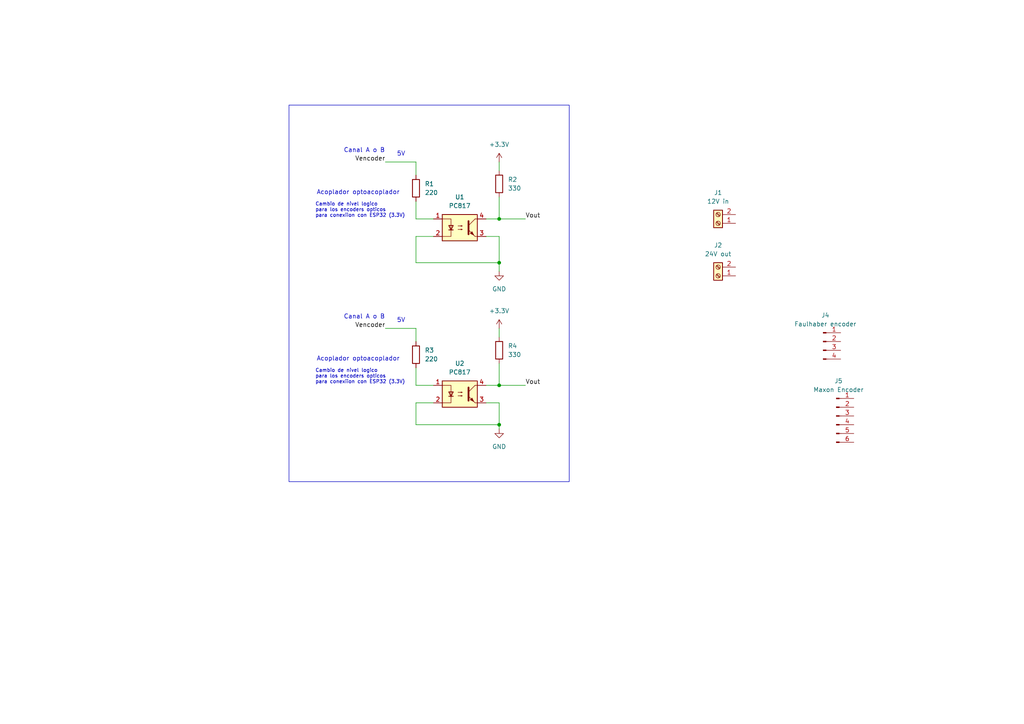
<source format=kicad_sch>
(kicad_sch (version 20250114) (generator "eeschema") (generator_version "9.0")
  (paper "A4")
  (lib_symbols
    (symbol "Connector:Conn_01x04_Pin" (pin_names (offset 1.016) (hide yes))
      (property "Reference" "J" (at 0 5.08 0))
      (property "Value" "Conn_01x04_Pin" (at 0 -7.62 0))
      (symbol "Conn_01x04_Pin_1_1"
        (rectangle (start 0.8636 2.667) (end 0 2.413) (stroke (width 0.1524)) (fill (type outline)))
        (rectangle (start 0.8636 0.127) (end 0 -0.127) (stroke (width 0.1524)) (fill (type outline)))
        (rectangle (start 0.8636 -2.413) (end 0 -2.667) (stroke (width 0.1524)) (fill (type outline)))
        (rectangle (start 0.8636 -4.953) (end 0 -5.207) (stroke (width 0.1524)) (fill (type outline)))
        (polyline (pts (xy 1.27 2.54) (xy 0.8636 2.54)) (stroke (width 0.1524)))
        (polyline (pts (xy 1.27 0) (xy 0.8636 0)) (stroke (width 0.1524)))
        (polyline (pts (xy 1.27 -2.54) (xy 0.8636 -2.54)) (stroke (width 0.1524)))
        (polyline (pts (xy 1.27 -5.08) (xy 0.8636 -5.08)) (stroke (width 0.1524)))
        (pin passive line (at 5.08 2.54 180) (length 3.81) (name "Pin_1") (number "1"))
        (pin passive line (at 5.08 0 180) (length 3.81) (name "Pin_2") (number "2"))
        (pin passive line (at 5.08 -2.54 180) (length 3.81) (name "Pin_3") (number "3"))
        (pin passive line (at 5.08 -5.08 180) (length 3.81) (name "Pin_4") (number "4"))
      )
    )
    (symbol "Connector:Conn_01x06_Pin" (pin_names (offset 1.016) (hide yes))
      (property "Reference" "J" (at 0 7.62 0))
      (property "Value" "Conn_01x06_Pin" (at 0 -10.16 0))
      (symbol "Conn_01x06_Pin_1_1"
        (rectangle (start 0.8636 5.207) (end 0 4.953) (stroke (width 0.1524)) (fill (type outline)))
        (rectangle (start 0.8636 2.667) (end 0 2.413) (stroke (width 0.1524)) (fill (type outline)))
        (rectangle (start 0.8636 0.127) (end 0 -0.127) (stroke (width 0.1524)) (fill (type outline)))
        (rectangle (start 0.8636 -2.413) (end 0 -2.667) (stroke (width 0.1524)) (fill (type outline)))
        (rectangle (start 0.8636 -4.953) (end 0 -5.207) (stroke (width 0.1524)) (fill (type outline)))
        (rectangle (start 0.8636 -7.493) (end 0 -7.747) (stroke (width 0.1524)) (fill (type outline)))
        (polyline (pts (xy 1.27 5.08) (xy 0.8636 5.08)) (stroke (width 0.1524)))
        (polyline (pts (xy 1.27 2.54) (xy 0.8636 2.54)) (stroke (width 0.1524)))
        (polyline (pts (xy 1.27 0) (xy 0.8636 0)) (stroke (width 0.1524)))
        (polyline (pts (xy 1.27 -2.54) (xy 0.8636 -2.54)) (stroke (width 0.1524)))
        (polyline (pts (xy 1.27 -5.08) (xy 0.8636 -5.08)) (stroke (width 0.1524)))
        (polyline (pts (xy 1.27 -7.62) (xy 0.8636 -7.62)) (stroke (width 0.1524)))
        (pin passive line (at 5.08 5.08 180) (length 3.81) (name "Pin_1") (number "1"))
        (pin passive line (at 5.08 2.54 180) (length 3.81) (name "Pin_2") (number "2"))
        (pin passive line (at 5.08 0 180) (length 3.81) (name "Pin_3") (number "3"))
        (pin passive line (at 5.08 -2.54 180) (length 3.81) (name "Pin_4") (number "4"))
        (pin passive line (at 5.08 -5.08 180) (length 3.81) (name "Pin_5") (number "5"))
        (pin passive line (at 5.08 -7.62 180) (length 3.81) (name "Pin_6") (number "6"))
      )
    )
    (symbol "Connector:Screw_Terminal_01x02" (pin_names (offset 1.016) (hide yes))
      (property "Reference" "J" (at 0 2.54 0))
      (property "Value" "Screw_Terminal_01x02" (at 0 -5.08 0))
      (symbol "Screw_Terminal_01x02_1_1"
        (rectangle (start -1.27 1.27) (end 1.27 -3.81) (stroke (width 0.254)) (fill (type background)))
        (polyline (pts (xy -0.5334 0.3302) (xy 0.3302 -0.508)) (stroke (width 0.1524)))
        (polyline (pts (xy -0.5334 -2.2098) (xy 0.3302 -3.048)) (stroke (width 0.1524)))
        (polyline (pts (xy -0.3556 0.508) (xy 0.508 -0.3302)) (stroke (width 0.1524)))
        (polyline (pts (xy -0.3556 -2.032) (xy 0.508 -2.8702)) (stroke (width 0.1524)))
        (circle (center 0 0) (radius 0.635) (stroke (width 0.1524)))
        (circle (center 0 -2.54) (radius 0.635) (stroke (width 0.1524)))
        (pin passive line (at -5.08 0 0) (length 3.81) (name "Pin_1") (number "1"))
        (pin passive line (at -5.08 -2.54 0) (length 3.81) (name "Pin_2") (number "2"))
      )
    )
    (symbol "Device:R" (pin_numbers (hide yes)) (pin_names (offset 0))
      (property "Reference" "R" (at 2.032 0 90))
      (property "Value" "R" (at 0 0 90))
      (symbol "R_0_1"
        (rectangle (start -1.016 -2.54) (end 1.016 2.54) (stroke (width 0.254)))
      )
      (symbol "R_1_1"
        (pin passive line (at 0 3.81 270) (length 1.27) (name "~") (number "1"))
        (pin passive line (at 0 -3.81 90) (length 1.27) (name "~") (number "2"))
      )
    )
    (symbol "Isolator:PC817" (pin_names (offset 1.016))
      (property "Reference" "U" (at -5.08 5.08 0))
      (property "Value" "PC817" (at 0 5.08 0))
      (symbol "PC817_0_1"
        (rectangle (start -5.08 3.81) (end 5.08 -3.81) (stroke (width 0.254)) (fill (type background)))
        (polyline (pts (xy -5.08 2.54) (xy -2.54 2.54) (xy -2.54 -0.635)))
        (polyline (pts (xy -3.175 -0.635) (xy -1.905 -0.635)) (stroke (width 0.254)))
        (polyline (pts (xy -2.54 -0.635) (xy -2.54 -2.54) (xy -5.08 -2.54)))
        (polyline (pts (xy -2.54 -0.635) (xy -3.175 0.635) (xy -1.905 0.635) (xy -2.54 -0.635)) (stroke (width 0.254)))
        (polyline (pts (xy -0.508 0.508) (xy 0.762 0.508) (xy 0.381 0.381) (xy 0.381 0.635) (xy 0.762 0.508)))
        (polyline (pts (xy -0.508 -0.508) (xy 0.762 -0.508) (xy 0.381 -0.635) (xy 0.381 -0.381) (xy 0.762 -0.508)))
        (polyline (pts (xy 2.54 1.905) (xy 2.54 -1.905) (xy 2.54 -1.905)) (stroke (width 0.508)))
        (polyline (pts (xy 2.54 0.635) (xy 4.445 2.54)))
        (polyline (pts (xy 3.048 -1.651) (xy 3.556 -1.143) (xy 4.064 -2.159) (xy 3.048 -1.651) (xy 3.048 -1.651)) (fill (type outline)))
        (polyline (pts (xy 4.445 2.54) (xy 5.08 2.54)))
        (polyline (pts (xy 4.445 -2.54) (xy 2.54 -0.635)) (fill (type outline)))
        (polyline (pts (xy 4.445 -2.54) (xy 5.08 -2.54)))
      )
      (symbol "PC817_1_1"
        (pin passive line (at -7.62 2.54 0) (length 2.54) (name "~") (number "1"))
        (pin passive line (at -7.62 -2.54 0) (length 2.54) (name "~") (number "2"))
        (pin passive line (at 7.62 2.54 180) (length 2.54) (name "~") (number "4"))
        (pin passive line (at 7.62 -2.54 180) (length 2.54) (name "~") (number "3"))
      )
    )
    (symbol "power:+3.3V" (power) (pin_numbers (hide yes)) (pin_names (offset 0) (hide yes))
      (property "Value" "+3.3V" (at 0 3.556 0))
      (symbol "+3.3V_0_1"
        (polyline (pts (xy -0.762 1.27) (xy 0 2.54)))
        (polyline (pts (xy 0 2.54) (xy 0.762 1.27)))
        (polyline (pts (xy 0 0) (xy 0 2.54)))
      )
      (symbol "+3.3V_1_1"
        (pin power_in line (at 0 0 90) (length 0) (name "~") (number "1"))
      )
    )
    (symbol "power:GND" (power) (pin_numbers (hide yes)) (pin_names (offset 0) (hide yes))
      (property "Value" "GND" (at 0 -3.81 0))
      (symbol "GND_0_1"
        (polyline (pts (xy 0 0) (xy 0 -1.27) (xy 1.27 -1.27) (xy 0 -2.54) (xy -1.27 -1.27) (xy 0 -1.27)))
      )
      (symbol "GND_1_1"
        (pin power_in line (at 0 0 270) (length 0) (name "~") (number "1"))
      )
    )
  )
  (rectangle (start 83.82 30.48) (end 165.1 139.7))
  (text "Canal A o B" (at 105.664 91.948 0) (effects (font (size 1.27 1.27))))
  (text "Acoplador optoacoplador\n" (at 103.886 55.88 0) (effects (font (size 1.27 1.27))))
  (text "Cambio de nivel logico \npara los encoders opticos \npara conexiion con ESP32 (3.3V)" (at 91.44 109.22 0) (effects (font (size 1.016 1.016)) (justify left)))
  (text "5V\n" (at 116.332 92.964 0) (effects (font (size 1.27 1.27))))
  (text "Canal A o B" (at 105.664 43.688 0) (effects (font (size 1.27 1.27))))
  (text "Cambio de nivel logico \npara los encoders opticos \npara conexiion con ESP32 (3.3V)" (at 91.44 60.96 0) (effects (font (size 1.016 1.016)) (justify left)))
  (text "Acoplador optoacoplador\n" (at 103.886 104.14 0) (effects (font (size 1.27 1.27))))
  (text "5V\n" (at 116.332 44.704 0) (effects (font (size 1.27 1.27))))
  (junction (at 144.78 111.76))
  (junction (at 144.78 123.19))
  (junction (at 144.78 63.5))
  (junction (at 144.78 76.2))
  (wire (pts (xy 144.78 111.76) (xy 140.97 111.76)))
  (wire (pts (xy 111.76 46.99) (xy 120.65 46.99)))
  (wire (pts (xy 144.78 124.46) (xy 144.78 123.19)))
  (wire (pts (xy 120.65 76.2) (xy 144.78 76.2)))
  (wire (pts (xy 120.65 111.76) (xy 125.73 111.76)))
  (wire (pts (xy 120.65 116.84) (xy 120.65 123.19)))
  (wire (pts (xy 144.78 111.76) (xy 152.4 111.76)))
  (wire (pts (xy 120.65 123.19) (xy 144.78 123.19)))
  (wire (pts (xy 120.65 68.58) (xy 125.73 68.58)))
  (wire (pts (xy 144.78 95.25) (xy 144.78 97.79)))
  (wire (pts (xy 144.78 57.15) (xy 144.78 63.5)))
  (wire (pts (xy 111.76 95.25) (xy 120.65 95.25)))
  (wire (pts (xy 120.65 116.84) (xy 125.73 116.84)))
  (wire (pts (xy 144.78 63.5) (xy 152.4 63.5)))
  (wire (pts (xy 144.78 46.99) (xy 144.78 49.53)))
  (wire (pts (xy 144.78 63.5) (xy 140.97 63.5)))
  (wire (pts (xy 144.78 116.84) (xy 140.97 116.84)))
  (wire (pts (xy 120.65 95.25) (xy 120.65 99.06)))
  (wire (pts (xy 120.65 46.99) (xy 120.65 50.8)))
  (wire (pts (xy 120.65 58.42) (xy 120.65 63.5)))
  (wire (pts (xy 120.65 106.68) (xy 120.65 111.76)))
  (wire (pts (xy 144.78 105.41) (xy 144.78 111.76)))
  (wire (pts (xy 144.78 68.58) (xy 140.97 68.58)))
  (wire (pts (xy 120.65 63.5) (xy 125.73 63.5)))
  (wire (pts (xy 144.78 76.2) (xy 144.78 68.58)))
  (wire (pts (xy 120.65 68.58) (xy 120.65 76.2)))
  (wire (pts (xy 144.78 78.74) (xy 144.78 76.2)))
  (wire (pts (xy 144.78 116.84) (xy 144.78 123.19)))
  (label "Vout" (at 152.4 63.5 0))
  (label "Vencoder" (at 111.76 95.25 180))
  (label "Vout" (at 152.4 111.76 0))
  (label "Vencoder" (at 111.76 46.99 180))
  (symbol (lib_id "power:GND") (at 144.78 78.74 0) (unit 1)
    (property "Reference" "#PWR01" (effects (hide yes)))
    (property "Value" "GND" (at 144.78 83.82 0))
    (property "Description" "Power symbol creates a global label with name \"GND\" , ground" (effects (hide yes)))
  )
  (symbol (lib_id "power:GND") (at 144.78 124.46 0) (unit 1)
    (property "Reference" "#PWR06" (effects (hide yes)))
    (property "Value" "GND" (at 144.78 129.54 0))
    (property "Description" "Power symbol creates a global label with name \"GND\" , ground" (effects (hide yes)))
  )
  (symbol (lib_id "Isolator:PC817") (at 133.35 114.3 0) (unit 1)
    (property "Reference" "U2" (at 133.35 105.41 0))
    (property "Value" "PC817" (at 133.35 107.95 0))
    (property "Footprint" "Package_DIP:DIP-4_W7.62mm" (effects (hide yes)))
    (property "Datasheet" "http://www.soselectronic.cz/a_info/resource/d/pc817.pdf" (effects (hide yes)))
    (property "Description" "DC Optocoupler, Vce 35V, CTR 50-300%, DIP-4" (effects (hide yes)))
  )
  (symbol (lib_id "Device:R") (at 144.78 101.6 180) (unit 1)
    (property "Reference" "R4" (at 147.32 100.3299 0) (effects (justify right)))
    (property "Value" "330" (at 147.32 102.8699 0) (effects (justify right)))
    (property "Description" "Resistor" (effects (hide yes)))
  )
  (symbol (lib_id "Isolator:PC817") (at 133.35 66.04 0) (unit 1)
    (property "Reference" "U1" (at 133.35 57.15 0))
    (property "Value" "PC817" (at 133.35 59.69 0))
    (property "Footprint" "Package_DIP:DIP-4_W7.62mm" (effects (hide yes)))
    (property "Datasheet" "http://www.soselectronic.cz/a_info/resource/d/pc817.pdf" (effects (hide yes)))
    (property "Description" "DC Optocoupler, Vce 35V, CTR 50-300%, DIP-4" (effects (hide yes)))
  )
  (symbol (lib_id "Connector:Screw_Terminal_01x02") (at 208.28 80.01 180) (unit 1)
    (property "Reference" "J2" (at 208.28 71.12 0))
    (property "Value" "24V out" (at 208.28 73.66 0))
    (property "Description" "Generic screw terminal, single row, 01x02, script generated (kicad-library-utils/schlib/autogen/connector/)" (effects (hide yes)))
  )
  (symbol (lib_id "power:+3.3V") (at 144.78 46.99 0) (unit 1)
    (property "Reference" "#PWR03" (effects (hide yes)))
    (property "Value" "+3.3V" (at 144.78 41.91 0))
    (property "Description" "Power symbol creates a global label with name \"+3.3V\"" (effects (hide yes)))
  )
  (symbol (lib_id "Connector:Conn_01x06_Pin") (at 242.57 120.65 0) (unit 1)
    (property "Reference" "J5" (at 243.205 110.49 0))
    (property "Value" "Maxon Encoder" (at 243.205 113.03 0))
    (property "Description" "Generic connector, single row, 01x06, script generated" (effects (hide yes)))
  )
  (symbol (lib_id "Device:R") (at 120.65 54.61 180) (unit 1)
    (property "Reference" "R1" (at 123.19 53.3399 0) (effects (justify right)))
    (property "Value" "220" (at 123.19 55.8799 0) (effects (justify right)))
    (property "Description" "Resistor" (effects (hide yes)))
  )
  (symbol (lib_id "Device:R") (at 120.65 102.87 180) (unit 1)
    (property "Reference" "R3" (at 123.19 101.5999 0) (effects (justify right)))
    (property "Value" "220" (at 123.19 104.1399 0) (effects (justify right)))
    (property "Description" "Resistor" (effects (hide yes)))
  )
  (symbol (lib_id "Connector:Conn_01x04_Pin") (at 238.76 99.06 0) (unit 1)
    (property "Reference" "J4" (at 239.395 91.44 0))
    (property "Value" "Faulhaber encoder" (at 239.395 93.98 0))
    (property "Description" "Generic connector, single row, 01x04, script generated" (effects (hide yes)))
  )
  (symbol (lib_id "power:+3.3V") (at 144.78 95.25 0) (unit 1)
    (property "Reference" "#PWR05" (effects (hide yes)))
    (property "Value" "+3.3V" (at 144.78 90.17 0))
    (property "Description" "Power symbol creates a global label with name \"+3.3V\"" (effects (hide yes)))
  )
  (symbol (lib_id "Connector:Screw_Terminal_01x02") (at 208.28 64.77 180) (unit 1)
    (property "Reference" "J1" (at 208.28 55.88 0))
    (property "Value" "12V in" (at 208.28 58.42 0))
    (property "Description" "Generic screw terminal, single row, 01x02, script generated (kicad-library-utils/schlib/autogen/connector/)" (effects (hide yes)))
  )
  (symbol (lib_id "Device:R") (at 144.78 53.34 180) (unit 1)
    (property "Reference" "R2" (at 147.32 52.0699 0) (effects (justify right)))
    (property "Value" "330" (at 147.32 54.6099 0) (effects (justify right)))
    (property "Description" "Resistor" (effects (hide yes)))
  )
)
</source>
